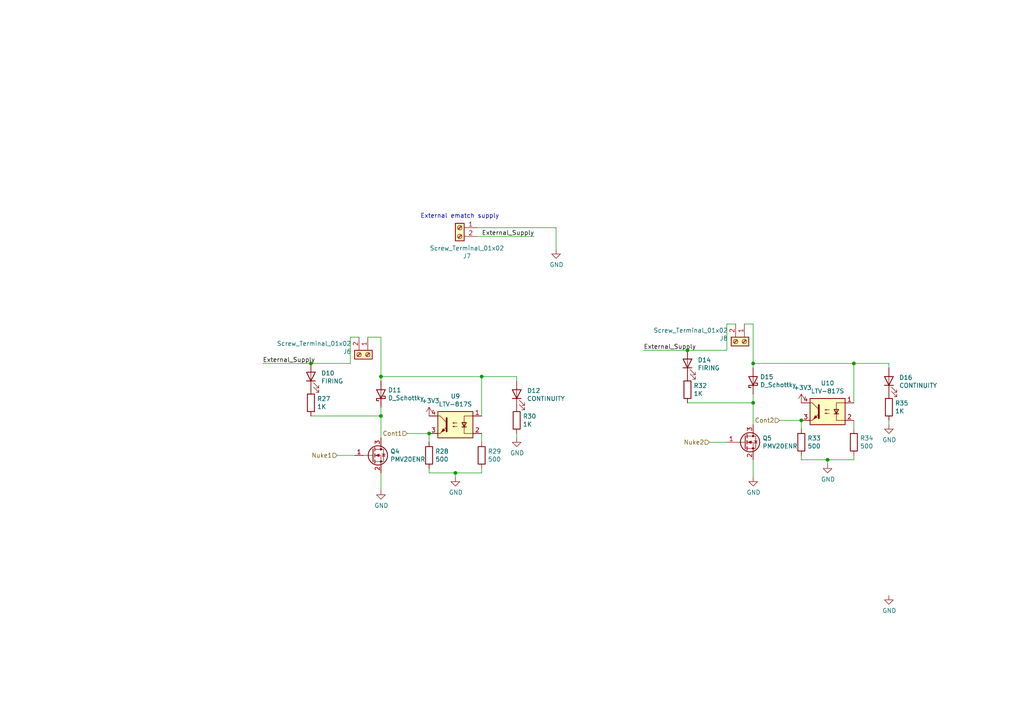
<source format=kicad_sch>
(kicad_sch (version 20211123) (generator eeschema)
  (paper "A4")
  (lib_symbols
    (symbol "Connector:Screw_Terminal_01x02" (pin_names (offset 1.016) hide)
      (property "Reference" "J" (at 0 2.54 0))
      (property "Value" "Screw_Terminal_01x02" (at 0 -5.08 0))
      (symbol "Screw_Terminal_01x02_1_1"
        (rectangle (start -1.27 1.27) (end 1.27 -3.81) (stroke (width 0.254)) (fill (type background)))
        (circle (center 0 -2.54) (radius 0.635) (stroke (width 0.1524)))
        (polyline (pts (xy -0.5334 -2.2098) (xy 0.3302 -3.048)) (stroke (width 0.1524)))
        (polyline (pts (xy -0.5334 0.3302) (xy 0.3302 -0.508)) (stroke (width 0.1524)))
        (polyline (pts (xy -0.3556 -2.032) (xy 0.508 -2.8702)) (stroke (width 0.1524)))
        (polyline (pts (xy -0.3556 0.508) (xy 0.508 -0.3302)) (stroke (width 0.1524)))
        (circle (center 0 0) (radius 0.635) (stroke (width 0.1524)))
        (pin passive line (at -5.08 0 0) (length 3.81) (name "Pin_1") (number "1"))
        (pin passive line (at -5.08 -2.54 0) (length 3.81) (name "Pin_2") (number "2"))
      )
    )
    (symbol "Device:D_Schottky" (pin_numbers hide) (pin_names (offset 1.016) hide)
      (property "Reference" "D" (at 0 2.54 0))
      (property "Value" "D_Schottky" (at 0 -2.54 0))
      (symbol "D_Schottky_0_1"
        (polyline (pts (xy 1.27 0) (xy -1.27 0)))
        (polyline (pts (xy 1.27 1.27) (xy 1.27 -1.27) (xy -1.27 0) (xy 1.27 1.27)) (stroke (width 0.254)))
        (polyline (pts (xy -1.905 0.635) (xy -1.905 1.27) (xy -1.27 1.27) (xy -1.27 -1.27) (xy -0.635 -1.27) (xy -0.635 -0.635)) (stroke (width 0.254)))
      )
      (symbol "D_Schottky_1_1"
        (pin passive line (at -3.81 0 0) (length 2.54) (name "K") (number "1"))
        (pin passive line (at 3.81 0 180) (length 2.54) (name "A") (number "2"))
      )
    )
    (symbol "Device:LED" (pin_numbers hide) (pin_names (offset 1.016) hide)
      (property "Reference" "D" (at 0 2.54 0))
      (property "Value" "LED" (at 0 -2.54 0))
      (symbol "LED_0_1"
        (polyline (pts (xy -1.27 -1.27) (xy -1.27 1.27)) (stroke (width 0.254)))
        (polyline (pts (xy -1.27 0) (xy 1.27 0)))
        (polyline (pts (xy 1.27 -1.27) (xy 1.27 1.27) (xy -1.27 0) (xy 1.27 -1.27)) (stroke (width 0.254)))
        (polyline (pts (xy -3.048 -0.762) (xy -4.572 -2.286) (xy -3.81 -2.286) (xy -4.572 -2.286) (xy -4.572 -1.524)))
        (polyline (pts (xy -1.778 -0.762) (xy -3.302 -2.286) (xy -2.54 -2.286) (xy -3.302 -2.286) (xy -3.302 -1.524)))
      )
      (symbol "LED_1_1"
        (pin passive line (at -3.81 0 0) (length 2.54) (name "K") (number "1"))
        (pin passive line (at 3.81 0 180) (length 2.54) (name "A") (number "2"))
      )
    )
    (symbol "Device:Q_NMOS_GSD" (pin_names (offset 0) hide)
      (property "Reference" "Q" (at 5.08 1.27 0))
      (property "Value" "Q_NMOS_GSD" (at 5.08 -1.27 0))
      (symbol "Q_NMOS_GSD_0_1"
        (polyline (pts (xy 0.254 0) (xy -2.54 0)))
        (polyline (pts (xy 0.254 1.905) (xy 0.254 -1.905)) (stroke (width 0.254)))
        (polyline (pts (xy 0.762 -1.27) (xy 0.762 -2.286)) (stroke (width 0.254)))
        (polyline (pts (xy 0.762 0.508) (xy 0.762 -0.508)) (stroke (width 0.254)))
        (polyline (pts (xy 0.762 2.286) (xy 0.762 1.27)) (stroke (width 0.254)))
        (polyline (pts (xy 2.54 2.54) (xy 2.54 1.778)))
        (polyline (pts (xy 2.54 -2.54) (xy 2.54 0) (xy 0.762 0)))
        (polyline (pts (xy 0.762 -1.778) (xy 3.302 -1.778) (xy 3.302 1.778) (xy 0.762 1.778)))
        (polyline (pts (xy 1.016 0) (xy 2.032 0.381) (xy 2.032 -0.381) (xy 1.016 0)) (fill (type outline)))
        (polyline (pts (xy 2.794 0.508) (xy 2.921 0.381) (xy 3.683 0.381) (xy 3.81 0.254)))
        (polyline (pts (xy 3.302 0.381) (xy 2.921 -0.254) (xy 3.683 -0.254) (xy 3.302 0.381)))
        (circle (center 1.651 0) (radius 2.794) (stroke (width 0.254)))
        (circle (center 2.54 -1.778) (radius 0.254) (fill (type outline)))
        (circle (center 2.54 1.778) (radius 0.254) (fill (type outline)))
      )
      (symbol "Q_NMOS_GSD_1_1"
        (pin input line (at -5.08 0 0) (length 2.54) (name "G") (number "1"))
        (pin passive line (at 2.54 -5.08 90) (length 2.54) (name "S") (number "2"))
        (pin passive line (at 2.54 5.08 270) (length 2.54) (name "D") (number "3"))
      )
    )
    (symbol "Device:R" (pin_numbers hide) (pin_names (offset 0))
      (property "Reference" "R" (at 2.032 0 90))
      (property "Value" "R" (at 0 0 90))
      (symbol "R_0_1"
        (rectangle (start -1.016 -2.54) (end 1.016 2.54) (stroke (width 0.254)))
      )
      (symbol "R_1_1"
        (pin passive line (at 0 3.81 270) (length 1.27) (name "~") (number "1"))
        (pin passive line (at 0 -3.81 90) (length 1.27) (name "~") (number "2"))
      )
    )
    (symbol "Isolator:LTV-817S" (pin_names (offset 1.016))
      (property "Reference" "U" (at -3.81 5.08 0))
      (property "Value" "LTV-817S" (at 0 -5.08 0))
      (symbol "LTV-817S_1_1"
        (rectangle (start -5.08 3.81) (end 5.08 -3.81) (stroke (width 0.254)) (fill (type background)))
        (polyline (pts (xy -3.175 -0.635) (xy -1.905 -0.635)) (stroke (width 0.254)))
        (polyline (pts (xy 2.54 0.635) (xy 4.445 2.54)))
        (polyline (pts (xy 4.445 -2.54) (xy 2.54 -0.635)) (fill (type outline)))
        (polyline (pts (xy 4.445 -2.54) (xy 5.08 -2.54)))
        (polyline (pts (xy 4.445 2.54) (xy 5.08 2.54)))
        (polyline (pts (xy -5.08 2.54) (xy -2.54 2.54) (xy -2.54 -0.762)))
        (polyline (pts (xy -2.54 -0.635) (xy -2.54 -2.54) (xy -5.08 -2.54)))
        (polyline (pts (xy 2.54 1.905) (xy 2.54 -1.905) (xy 2.54 -1.905)) (stroke (width 0.508)))
        (polyline (pts (xy -2.54 -0.635) (xy -3.175 0.635) (xy -1.905 0.635) (xy -2.54 -0.635)) (stroke (width 0.254)))
        (polyline (pts (xy -0.508 -0.508) (xy 0.762 -0.508) (xy 0.381 -0.635) (xy 0.381 -0.381) (xy 0.762 -0.508)))
        (polyline (pts (xy -0.508 0.508) (xy 0.762 0.508) (xy 0.381 0.381) (xy 0.381 0.635) (xy 0.762 0.508)))
        (polyline (pts (xy 3.048 -1.651) (xy 3.556 -1.143) (xy 4.064 -2.159) (xy 3.048 -1.651) (xy 3.048 -1.651)) (fill (type outline)))
        (pin passive line (at -7.62 2.54 0) (length 2.54) (name "~") (number "1"))
        (pin passive line (at -7.62 -2.54 0) (length 2.54) (name "~") (number "2"))
        (pin passive line (at 7.62 -2.54 180) (length 2.54) (name "~") (number "3"))
        (pin passive line (at 7.62 2.54 180) (length 2.54) (name "~") (number "4"))
      )
    )
    (symbol "power:+3V3" (power) (pin_names (offset 0))
      (property "Value" "+3V3" (at 0 3.556 0))
      (symbol "+3V3_0_1"
        (polyline (pts (xy -0.762 1.27) (xy 0 2.54)))
        (polyline (pts (xy 0 0) (xy 0 2.54)))
        (polyline (pts (xy 0 2.54) (xy 0.762 1.27)))
      )
      (symbol "+3V3_1_1"
        (pin power_in line (at 0 0 90) (length 0) hide (name "+3V3") (number "1"))
      )
    )
    (symbol "power:GND" (power) (pin_names (offset 0))
      (property "Value" "GND" (at 0 -3.81 0))
      (symbol "GND_0_1"
        (polyline (pts (xy 0 0) (xy 0 -1.27) (xy 1.27 -1.27) (xy 0 -2.54) (xy -1.27 -1.27) (xy 0 -1.27)))
      )
      (symbol "GND_1_1"
        (pin power_in line (at 0 0 270) (length 0) hide (name "GND") (number "1"))
      )
    )
  )
  (junction (at 199.39 101.6))
  (junction (at 232.41 121.92))
  (junction (at 110.49 109.22))
  (junction (at 218.44 105.41))
  (junction (at 132.08 137.16))
  (junction (at 247.65 105.41))
  (junction (at 240.03 133.35))
  (junction (at 110.49 120.65))
  (junction (at 139.7 109.22))
  (junction (at 124.46 125.73))
  (junction (at 90.17 105.41))
  (junction (at 218.44 116.84))
  (wire (pts (xy 110.49 109.22) (xy 139.7 109.22)))
  (wire (pts (xy 149.86 109.22) (xy 149.86 110.49)))
  (wire (pts (xy 110.49 118.11) (xy 110.49 120.65)))
  (wire (pts (xy 257.81 105.41) (xy 257.81 106.68)))
  (wire (pts (xy 101.6 97.79) (xy 101.6 105.41)))
  (wire (pts (xy 90.17 120.65) (xy 110.49 120.65)))
  (wire (pts (xy 257.81 123.19) (xy 257.81 121.92)))
  (wire (pts (xy 218.44 93.98) (xy 215.9 93.98)))
  (wire (pts (xy 138.43 66.04) (xy 161.29 66.04)))
  (wire (pts (xy 90.17 105.41) (xy 76.2 105.41)))
  (wire (pts (xy 102.87 132.08) (xy 97.79 132.08)))
  (wire (pts (xy 232.41 132.08) (xy 232.41 133.35)))
  (wire (pts (xy 218.44 105.41) (xy 218.44 106.68)))
  (wire (pts (xy 139.7 135.89) (xy 139.7 137.16)))
  (wire (pts (xy 247.65 105.41) (xy 257.81 105.41)))
  (wire (pts (xy 110.49 97.79) (xy 106.68 97.79)))
  (wire (pts (xy 210.82 128.27) (xy 205.74 128.27)))
  (wire (pts (xy 247.65 132.08) (xy 247.65 133.35)))
  (wire (pts (xy 218.44 116.84) (xy 218.44 123.19)))
  (wire (pts (xy 240.03 133.35) (xy 240.03 134.62)))
  (wire (pts (xy 199.39 101.6) (xy 186.69 101.6)))
  (wire (pts (xy 247.65 124.46) (xy 247.65 121.92)))
  (wire (pts (xy 218.44 114.3) (xy 218.44 116.84)))
  (wire (pts (xy 232.41 124.46) (xy 232.41 121.92)))
  (wire (pts (xy 161.29 66.04) (xy 161.29 72.39)))
  (wire (pts (xy 138.43 68.58) (xy 154.94 68.58)))
  (wire (pts (xy 110.49 109.22) (xy 110.49 110.49)))
  (wire (pts (xy 124.46 125.73) (xy 118.11 125.73)))
  (wire (pts (xy 218.44 93.98) (xy 218.44 105.41)))
  (wire (pts (xy 199.39 116.84) (xy 218.44 116.84)))
  (wire (pts (xy 247.65 105.41) (xy 247.65 116.84)))
  (wire (pts (xy 218.44 133.35) (xy 218.44 138.43)))
  (wire (pts (xy 218.44 105.41) (xy 247.65 105.41)))
  (wire (pts (xy 232.41 133.35) (xy 240.03 133.35)))
  (wire (pts (xy 149.86 127) (xy 149.86 125.73)))
  (wire (pts (xy 90.17 105.41) (xy 101.6 105.41)))
  (wire (pts (xy 110.49 137.16) (xy 110.49 142.24)))
  (wire (pts (xy 132.08 137.16) (xy 132.08 138.43)))
  (wire (pts (xy 104.14 97.79) (xy 101.6 97.79)))
  (wire (pts (xy 139.7 137.16) (xy 132.08 137.16)))
  (wire (pts (xy 247.65 133.35) (xy 240.03 133.35)))
  (wire (pts (xy 139.7 109.22) (xy 149.86 109.22)))
  (wire (pts (xy 199.39 101.6) (xy 210.82 101.6)))
  (wire (pts (xy 139.7 109.22) (xy 139.7 120.65)))
  (wire (pts (xy 124.46 137.16) (xy 132.08 137.16)))
  (wire (pts (xy 210.82 101.6) (xy 210.82 93.98)))
  (wire (pts (xy 210.82 93.98) (xy 213.36 93.98)))
  (wire (pts (xy 139.7 128.27) (xy 139.7 125.73)))
  (wire (pts (xy 110.49 120.65) (xy 110.49 127)))
  (wire (pts (xy 110.49 97.79) (xy 110.49 109.22)))
  (wire (pts (xy 124.46 135.89) (xy 124.46 137.16)))
  (wire (pts (xy 232.41 121.92) (xy 226.06 121.92)))
  (wire (pts (xy 124.46 128.27) (xy 124.46 125.73)))
  (text "External ematch supply" (at 121.92 63.5 0) (effects (font (size 1.27 1.27)) (justify left bottom)))
  (label "External_Supply" (at 76.2 105.41 0))
  (label "External_Supply" (at 186.69 101.6 0))
  (label "External_Supply" (at 154.94 68.58 180))
  (hierarchical_label "Nuke1" (shape input) (at 97.79 132.08 180))
  (hierarchical_label "Cont1" (shape input) (at 118.11 125.73 180))
  (hierarchical_label "Cont2" (shape input) (at 226.06 121.92 180))
  (hierarchical_label "Nuke2" (shape input) (at 205.74 128.27 180))
  (symbol (lib_id "power:GND") (at 257.81 172.72 0) (unit 1)
    (property "Reference" "#PWR066" (effects hide))
    (property "Value" "GND" (at 257.937 177.1142 0))
  )
  (symbol (lib_id "Connector:Screw_Terminal_01x02") (at 133.35 66.04 0) (mirror y)
    (property "Reference" "J7" (at 135.4328 74.295 0))
    (property "Value" "Screw_Terminal_01x02" (at 135.4328 71.9836 0))
    (property "Footprint" "iclr-hw:PHOENIX_1757242" (effects hide))
  )
  (symbol (lib_id "Connector:Screw_Terminal_01x02") (at 215.9 99.06 270)
    (property "Reference" "J8" (at 211.1248 98.1456 90) (effects (justify right)))
    (property "Value" "Screw_Terminal_01x02" (at 211.1248 95.8342 90) (effects (justify right)))
    (property "Footprint" "iclr-hw:PHOENIX_1757242" (effects hide))
  )
  (symbol (lib_id "Device:R") (at 199.39 113.03 0)
    (property "Reference" "R32" (at 201.168 111.8616 0) (effects (justify left)))
    (property "Value" "1K" (at 201.168 114.173 0) (effects (justify left)))
    (property "Footprint" "Resistor_SMD:R_0603_1608Metric" (effects hide))
  )
  (symbol (lib_id "Device:LED") (at 199.39 105.41 90)
    (property "Reference" "D14" (at 202.3618 104.4194 90) (effects (justify right)))
    (property "Value" "FIRING" (at 202.3618 106.7308 90) (effects (justify right)))
    (property "Footprint" "LED_SMD:LED_0603_1608Metric_Castellated" (effects hide))
  )
  (symbol (lib_id "Device:Q_NMOS_GSD") (at 215.9 128.27 0)
    (property "Reference" "Q5" (at 221.1324 127.1016 0) (effects (justify left)))
    (property "Value" "PMV20ENR" (at 221.1324 129.413 0) (effects (justify left)))
    (property "Footprint" "Package_TO_SOT_SMD:SOT-23" (effects hide))
  )
  (symbol (lib_id "power:GND") (at 218.44 138.43 0)
    (property "Reference" "#PWR063" (effects hide))
    (property "Value" "GND" (at 218.567 142.8242 0))
  )
  (symbol (lib_id "Isolator:LTV-817S") (at 240.03 119.38 0) (mirror y)
    (property "Reference" "U10" (at 240.03 111.125 0))
    (property "Value" "LTV-817S" (at 240.03 113.4364 0))
    (property "Footprint" "Package_DIP:SMDIP-4_W9.53mm" (effects hide))
    (property "Datasheet" "http://www.us.liteon.com/downloads/LTV-817-827-847.PDF" (effects hide))
  )
  (symbol (lib_id "Device:R") (at 247.65 128.27 0)
    (property "Reference" "R34" (at 249.428 127.1016 0) (effects (justify left)))
    (property "Value" "500" (at 249.428 129.413 0) (effects (justify left)))
    (property "Footprint" "Resistor_SMD:R_0603_1608Metric" (effects hide))
  )
  (symbol (lib_id "power:GND") (at 240.03 134.62 0)
    (property "Reference" "#PWR065" (effects hide))
    (property "Value" "GND" (at 240.157 139.0142 0))
  )
  (symbol (lib_id "Device:R") (at 232.41 128.27 0)
    (property "Reference" "R33" (at 234.188 127.1016 0) (effects (justify left)))
    (property "Value" "500" (at 234.188 129.413 0) (effects (justify left)))
    (property "Footprint" "Resistor_SMD:R_0603_1608Metric" (effects hide))
  )
  (symbol (lib_id "Device:D_Schottky") (at 218.44 110.49 90)
    (property "Reference" "D15" (at 220.4466 109.3216 90) (effects (justify right)))
    (property "Value" "D_Schottky" (at 220.4466 111.633 90) (effects (justify right)))
    (property "Footprint" "Diode_SMD:D_SOD-123F" (effects hide))
    (property "Datasheet" "http://www.smc-diodes.com/propdf/DSS12U%20THRU%20DSS125U%20N1873%20REV.A.pdf" (effects hide))
  )
  (symbol (lib_id "Device:R") (at 257.81 118.11 0)
    (property "Reference" "R35" (at 259.588 116.9416 0) (effects (justify left)))
    (property "Value" "1K" (at 259.588 119.253 0) (effects (justify left)))
    (property "Footprint" "Resistor_SMD:R_0603_1608Metric" (effects hide))
  )
  (symbol (lib_id "Device:LED") (at 257.81 110.49 90)
    (property "Reference" "D16" (at 260.7818 109.4994 90) (effects (justify right)))
    (property "Value" "CONTINUITY" (at 260.7818 111.8108 90) (effects (justify right)))
    (property "Footprint" "LED_SMD:LED_0603_1608Metric_Castellated" (effects hide))
  )
  (symbol (lib_id "power:GND") (at 257.81 123.19 0)
    (property "Reference" "#PWR067" (effects hide))
    (property "Value" "GND" (at 257.937 127.5842 0))
  )
  (symbol (lib_id "power:+3V3") (at 232.41 116.84 0)
    (property "Reference" "#PWR064" (effects hide))
    (property "Value" "+3V3" (at 232.791 112.4458 0))
  )
  (symbol (lib_id "Connector:Screw_Terminal_01x02") (at 106.68 102.87 270)
    (property "Reference" "J6" (at 101.9048 101.9556 90) (effects (justify right)))
    (property "Value" "Screw_Terminal_01x02" (at 101.9048 99.6442 90) (effects (justify right)))
    (property "Footprint" "iclr-hw:PHOENIX_1757242" (effects hide))
  )
  (symbol (lib_id "Device:R") (at 90.17 116.84 0)
    (property "Reference" "R27" (at 91.948 115.6716 0) (effects (justify left)))
    (property "Value" "1K" (at 91.948 117.983 0) (effects (justify left)))
    (property "Footprint" "Resistor_SMD:R_0603_1608Metric" (effects hide))
  )
  (symbol (lib_id "Device:LED") (at 90.17 109.22 90)
    (property "Reference" "D10" (at 93.1418 108.2294 90) (effects (justify right)))
    (property "Value" "FIRING" (at 93.1418 110.5408 90) (effects (justify right)))
    (property "Footprint" "LED_SMD:LED_0603_1608Metric_Castellated" (effects hide))
  )
  (symbol (lib_id "Device:Q_NMOS_GSD") (at 107.95 132.08 0)
    (property "Reference" "Q4" (at 113.1824 130.9116 0) (effects (justify left)))
    (property "Value" "PMV20ENR" (at 113.1824 133.223 0) (effects (justify left)))
    (property "Footprint" "Package_TO_SOT_SMD:SOT-23" (effects hide))
  )
  (symbol (lib_id "power:GND") (at 110.49 142.24 0)
    (property "Reference" "#PWR056" (effects hide))
    (property "Value" "GND" (at 110.617 146.6342 0))
  )
  (symbol (lib_id "Isolator:LTV-817S") (at 132.08 123.19 0) (mirror y)
    (property "Reference" "U9" (at 132.08 114.935 0))
    (property "Value" "LTV-817S" (at 132.08 117.2464 0))
    (property "Footprint" "Package_DIP:SMDIP-4_W9.53mm" (effects hide))
    (property "Datasheet" "http://www.us.liteon.com/downloads/LTV-817-827-847.PDF" (effects hide))
  )
  (symbol (lib_id "Device:R") (at 139.7 132.08 0)
    (property "Reference" "R29" (at 141.478 130.9116 0) (effects (justify left)))
    (property "Value" "500" (at 141.478 133.223 0) (effects (justify left)))
    (property "Footprint" "Resistor_SMD:R_0603_1608Metric" (effects hide))
  )
  (symbol (lib_id "power:GND") (at 132.08 138.43 0)
    (property "Reference" "#PWR058" (effects hide))
    (property "Value" "GND" (at 132.207 142.8242 0))
  )
  (symbol (lib_id "Device:R") (at 124.46 132.08 0)
    (property "Reference" "R28" (at 126.238 130.9116 0) (effects (justify left)))
    (property "Value" "500" (at 126.238 133.223 0) (effects (justify left)))
    (property "Footprint" "Resistor_SMD:R_0603_1608Metric" (effects hide))
  )
  (symbol (lib_id "Device:D_Schottky") (at 110.49 114.3 90)
    (property "Reference" "D11" (at 112.4966 113.1316 90) (effects (justify right)))
    (property "Value" "D_Schottky" (at 112.4966 115.443 90) (effects (justify right)))
    (property "Footprint" "Diode_SMD:D_SOD-123F" (effects hide))
    (property "Datasheet" "http://www.smc-diodes.com/propdf/DSS12U%20THRU%20DSS125U%20N1873%20REV.A.pdf" (effects hide))
  )
  (symbol (lib_id "Device:R") (at 149.86 121.92 0)
    (property "Reference" "R30" (at 151.638 120.7516 0) (effects (justify left)))
    (property "Value" "1K" (at 151.638 123.063 0) (effects (justify left)))
    (property "Footprint" "Resistor_SMD:R_0603_1608Metric" (effects hide))
  )
  (symbol (lib_id "Device:LED") (at 149.86 114.3 90)
    (property "Reference" "D12" (at 152.8318 113.3094 90) (effects (justify right)))
    (property "Value" "CONTINUITY" (at 152.8318 115.6208 90) (effects (justify right)))
    (property "Footprint" "LED_SMD:LED_0603_1608Metric_Castellated" (effects hide))
  )
  (symbol (lib_id "power:GND") (at 149.86 127 0)
    (property "Reference" "#PWR060" (effects hide))
    (property "Value" "GND" (at 149.987 131.3942 0))
  )
  (symbol (lib_id "power:+3V3") (at 124.46 120.65 0)
    (property "Reference" "#PWR057" (effects hide))
    (property "Value" "+3V3" (at 124.841 116.2558 0))
  )
  (symbol (lib_id "power:GND") (at 161.29 72.39 0) (unit 1)
    (property "Reference" "#PWR0101" (effects hide))
    (property "Value" "GND" (at 161.417 76.7842 0))
  )
)
</source>
